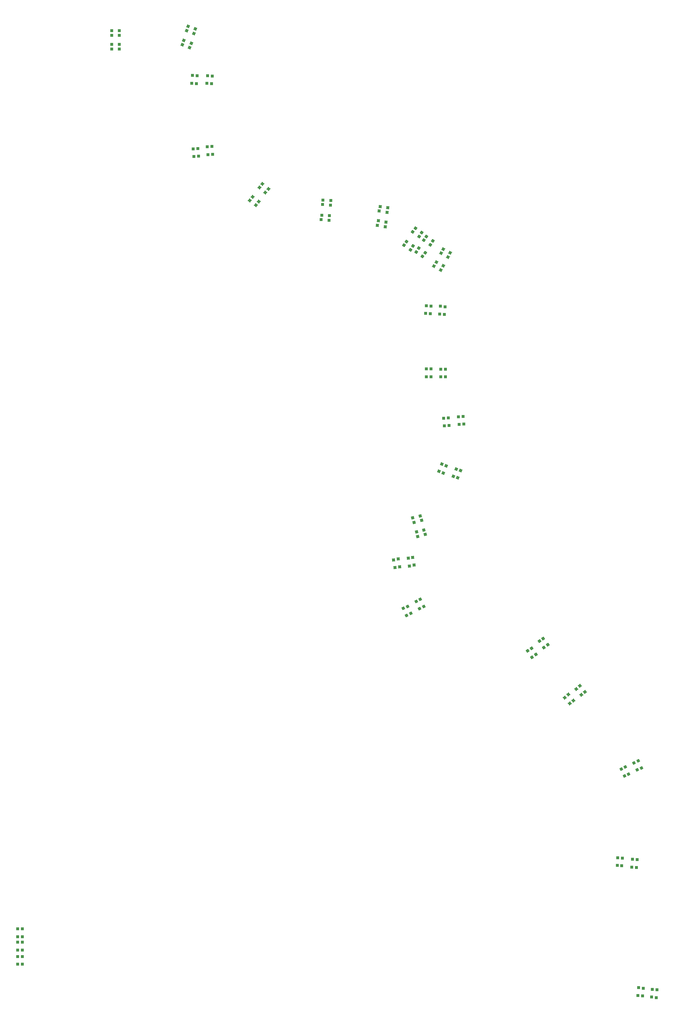
<source format=gbr>
%TF.GenerationSoftware,KiCad,Pcbnew,7.0.8*%
%TF.CreationDate,2025-08-15T10:43:11-07:00*%
%TF.ProjectId,production_red_line,70726f64-7563-4746-996f-6e5f7265645f,rev?*%
%TF.SameCoordinates,Original*%
%TF.FileFunction,Paste,Top*%
%TF.FilePolarity,Positive*%
%FSLAX46Y46*%
G04 Gerber Fmt 4.6, Leading zero omitted, Abs format (unit mm)*
G04 Created by KiCad (PCBNEW 7.0.8) date 2025-08-15 10:43:11*
%MOMM*%
%LPD*%
G01*
G04 APERTURE LIST*
G04 Aperture macros list*
%AMRotRect*
0 Rectangle, with rotation*
0 The origin of the aperture is its center*
0 $1 length*
0 $2 width*
0 $3 Rotation angle, in degrees counterclockwise*
0 Add horizontal line*
21,1,$1,$2,0,0,$3*%
G04 Aperture macros list end*
%ADD10RotRect,0.700000X0.700000X355.000000*%
%ADD11RotRect,0.700000X0.700000X340.000000*%
%ADD12RotRect,0.700000X0.700000X265.000000*%
%ADD13RotRect,0.700000X0.700000X85.000000*%
%ADD14RotRect,0.700000X0.700000X305.000000*%
%ADD15RotRect,0.700000X0.700000X115.000000*%
%ADD16RotRect,0.700000X0.700000X100.000000*%
%ADD17R,0.700000X0.700000*%
%ADD18RotRect,0.700000X0.700000X310.000000*%
%ADD19RotRect,0.700000X0.700000X275.000000*%
%ADD20RotRect,0.700000X0.700000X145.000000*%
%ADD21RotRect,0.700000X0.700000X295.000000*%
%ADD22RotRect,0.700000X0.700000X150.000000*%
%ADD23RotRect,0.700000X0.700000X160.000000*%
%ADD24RotRect,0.700000X0.700000X195.000000*%
%ADD25RotRect,0.700000X0.700000X95.000000*%
%ADD26RotRect,0.700000X0.700000X15.000000*%
%ADD27RotRect,0.700000X0.700000X130.000000*%
%ADD28RotRect,0.700000X0.700000X250.000000*%
%ADD29RotRect,0.700000X0.700000X330.000000*%
%ADD30RotRect,0.700000X0.700000X175.000000*%
%ADD31RotRect,0.700000X0.700000X320.000000*%
%ADD32RotRect,0.700000X0.700000X280.000000*%
%ADD33RotRect,0.700000X0.700000X140.000000*%
%ADD34RotRect,0.700000X0.700000X325.000000*%
%ADD35RotRect,0.700000X0.700000X125.000000*%
%ADD36RotRect,0.700000X0.700000X170.000000*%
%ADD37RotRect,0.700000X0.700000X70.000000*%
%ADD38RotRect,0.700000X0.700000X350.000000*%
G04 APERTURE END LIST*
D10*
%TO.C,U14*%
X158440890Y143601723D03*
X158536762Y144697538D03*
X156713726Y144857033D03*
X156617854Y143761218D03*
%TD*%
D11*
%TO.C,U46*%
X126365134Y183970138D03*
X126741356Y185003800D03*
X125021718Y185629696D03*
X124645496Y184596034D03*
%TD*%
D12*
%TO.C,U12*%
X229250513Y-11789157D03*
X230346328Y-11885029D03*
X230505823Y-10061993D03*
X229410008Y-9966121D03*
%TD*%
D13*
%TO.C,U45*%
X182108953Y119940631D03*
X181013138Y120036503D03*
X180853643Y118213467D03*
X181949458Y118117595D03*
%TD*%
D14*
%TO.C,U15*%
X208598780Y39770599D03*
X209499847Y40401533D03*
X208450202Y41900581D03*
X207549135Y41269647D03*
%TD*%
D13*
%TO.C,U35*%
X227069832Y-9684174D03*
X225974017Y-9588302D03*
X225814522Y-11411338D03*
X226910337Y-11507210D03*
%TD*%
D15*
%TO.C,U43*%
X227743421Y11699274D03*
X226746482Y11234394D03*
X227519873Y9575850D03*
X228516812Y10040730D03*
%TD*%
D16*
%TO.C,U9*%
X174390709Y60541537D03*
X173307421Y60350524D03*
X173625197Y58548325D03*
X174708485Y58739338D03*
%TD*%
D17*
%TO.C,U34*%
X184369579Y103293425D03*
X185469579Y103293425D03*
X185469579Y105123425D03*
X184369579Y105123425D03*
%TD*%
D18*
%TO.C,U8*%
X217394262Y28640276D03*
X218236911Y29347343D03*
X217060610Y30749204D03*
X216217961Y30042137D03*
%TD*%
D19*
%TO.C,U27*%
X129670271Y155508258D03*
X130766086Y155604130D03*
X130606591Y157427166D03*
X129510776Y157331294D03*
%TD*%
D20*
%TO.C,U25*%
X179214078Y133547236D03*
X178583144Y132646169D03*
X180082192Y131596524D03*
X180713126Y132497591D03*
%TD*%
D21*
%TO.C,U5*%
X230541267Y11010051D03*
X231538206Y11474931D03*
X230764815Y13133475D03*
X229767876Y12668595D03*
%TD*%
D17*
%TO.C,U41*%
X108884663Y183550673D03*
X108884663Y184650673D03*
X107054663Y184650673D03*
X107054663Y183550673D03*
%TD*%
%TO.C,U33*%
X107026718Y181353193D03*
X107026718Y180253193D03*
X108856718Y180253193D03*
X108856718Y181353193D03*
%TD*%
D22*
%TO.C,U37*%
X183351184Y130290298D03*
X182801184Y129337670D03*
X184386010Y128422670D03*
X184936010Y129375298D03*
%TD*%
D12*
%TO.C,U22*%
X233929846Y-42327883D03*
X235025661Y-42423755D03*
X235185156Y-40600719D03*
X234089341Y-40504847D03*
%TD*%
D23*
%TO.C,U26*%
X124028647Y182303978D03*
X123652425Y181270316D03*
X125372063Y180644420D03*
X125748285Y181678082D03*
%TD*%
D24*
%TO.C,U39*%
X178661934Y66884793D03*
X178946635Y65822274D03*
X180714280Y66295913D03*
X180429579Y67358432D03*
%TD*%
D12*
%TO.C,U28*%
X184125868Y118064730D03*
X185221683Y117968858D03*
X185381178Y119791894D03*
X184285363Y119887766D03*
%TD*%
D21*
%TO.C,U21*%
X179353033Y48927730D03*
X180349972Y49392610D03*
X179576581Y51051154D03*
X178579642Y50586274D03*
%TD*%
D25*
%TO.C,U32*%
X186126014Y93719866D03*
X185030199Y93623994D03*
X185189694Y91800958D03*
X186285509Y91896830D03*
%TD*%
D26*
%TO.C,U16*%
X179843427Y69605153D03*
X179558726Y70667672D03*
X177791081Y70194033D03*
X178075782Y69131514D03*
%TD*%
D27*
%TO.C,U44*%
X214325079Y28708282D03*
X213482430Y28001215D03*
X214658731Y26599354D03*
X215501380Y27306421D03*
%TD*%
D28*
%TO.C,U47*%
X187343822Y79975991D03*
X188377484Y79599769D03*
X189003380Y81319407D03*
X187969718Y81695629D03*
%TD*%
D13*
%TO.C,U18*%
X127099202Y174016786D03*
X126003387Y174112658D03*
X125843892Y172289622D03*
X126939707Y172193750D03*
%TD*%
D29*
%TO.C,U20*%
X186022143Y131471032D03*
X186572143Y132423660D03*
X184987317Y133338660D03*
X184437317Y132386032D03*
%TD*%
D13*
%TO.C,U30*%
X231949152Y-40231133D03*
X230853337Y-40135261D03*
X230693842Y-41958297D03*
X231789657Y-42054169D03*
%TD*%
D30*
%TO.C,U6*%
X156393942Y141301624D03*
X156298070Y140205809D03*
X158121106Y140046314D03*
X158216978Y141142129D03*
%TD*%
D19*
%TO.C,U42*%
X188700036Y92131955D03*
X189795851Y92227827D03*
X189636356Y94050863D03*
X188540541Y93954991D03*
%TD*%
D17*
%TO.C,U23*%
X84950000Y-31286457D03*
X86050000Y-31286457D03*
X86050000Y-29456457D03*
X84950000Y-29456457D03*
%TD*%
D25*
%TO.C,U10*%
X127337027Y156967383D03*
X126241212Y156871511D03*
X126400707Y155048475D03*
X127496522Y155144347D03*
%TD*%
D31*
%TO.C,U19*%
X143170002Y146625091D03*
X143877069Y147467740D03*
X142475208Y148644041D03*
X141768141Y147801392D03*
%TD*%
D32*
%TO.C,U29*%
X177030759Y58913508D03*
X178114047Y59104521D03*
X177796271Y60906720D03*
X176712983Y60715707D03*
%TD*%
D33*
%TO.C,U3*%
X140209021Y145616347D03*
X139501954Y144773698D03*
X140903815Y143597397D03*
X141610882Y144440046D03*
%TD*%
D20*
%TO.C,U17*%
X176366120Y135114177D03*
X175735186Y134213110D03*
X177234234Y133163465D03*
X177865168Y134064532D03*
%TD*%
D34*
%TO.C,U11*%
X181880910Y134357347D03*
X182511844Y135258414D03*
X181012796Y136308059D03*
X180381862Y135406992D03*
%TD*%
D35*
%TO.C,U36*%
X205668119Y39611158D03*
X204767052Y38980224D03*
X205816697Y37481176D03*
X206717764Y38112110D03*
%TD*%
D34*
%TO.C,U4*%
X179283936Y136300763D03*
X179914870Y137201830D03*
X178415822Y138251475D03*
X177784888Y137350408D03*
%TD*%
D17*
%TO.C,U40*%
X182098196Y105173004D03*
X180998196Y105173004D03*
X180998196Y103343004D03*
X182098196Y103343004D03*
%TD*%
%TO.C,U48*%
X84950000Y-34621772D03*
X86050000Y-34621772D03*
X86050000Y-32791772D03*
X84950000Y-32791772D03*
%TD*%
D15*
%TO.C,U2*%
X176547652Y49425137D03*
X175550713Y48960257D03*
X176324104Y47301713D03*
X177321043Y47766593D03*
%TD*%
D36*
%TO.C,U13*%
X169697383Y139952063D03*
X169506370Y138868775D03*
X171308569Y138550999D03*
X171499582Y139634287D03*
%TD*%
D37*
%TO.C,U24*%
X185619380Y82457563D03*
X184585718Y82833785D03*
X183959822Y81114147D03*
X184993484Y80737925D03*
%TD*%
D12*
%TO.C,U38*%
X129416176Y172224706D03*
X130511991Y172128834D03*
X130671486Y173951870D03*
X129575671Y174047742D03*
%TD*%
D17*
%TO.C,U31*%
X84950000Y-28147459D03*
X86050000Y-28147459D03*
X86050000Y-26317459D03*
X84950000Y-26317459D03*
%TD*%
D38*
%TO.C,U7*%
X171716064Y141928692D03*
X171907077Y143011980D03*
X170104878Y143329756D03*
X169913865Y142246468D03*
%TD*%
M02*

</source>
